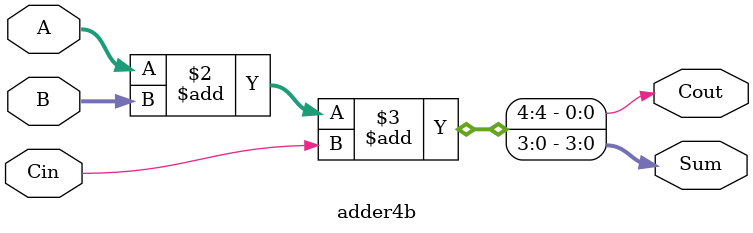
<source format=v>
module adder4b (Sum, Cout, A, B, Cin);
    input [3:0] A, B;
    input Cin;
    output reg [3:0] Sum;
    output reg Cout;

    always @(A, B, Cin){Cout,Sum} = A + B + Cin;
endmodule
</source>
